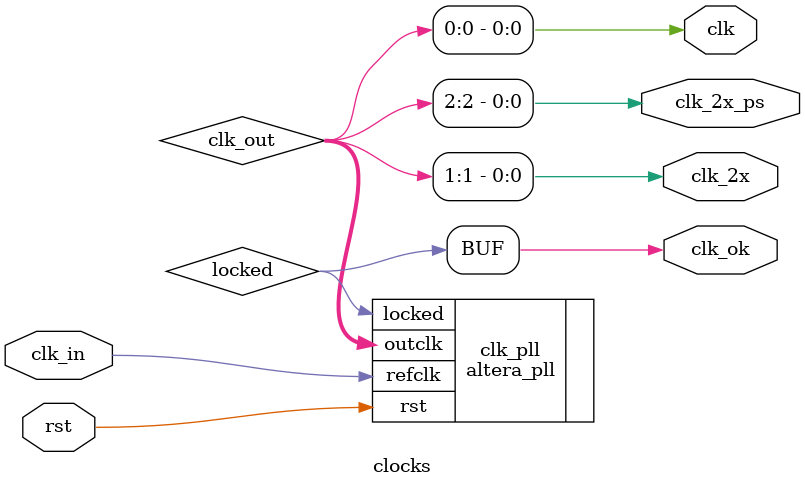
<source format=v>
/**
  Clock generator
  --
  Terasic Cyclone V GX Starter Kit.
  --
  (c) 2022 - 2023 Gray, gray@grayraven.org
  https://oberon-rts.org/licences
**/

`timescale 1ns / 1ps
`default_nettype none

module  clocks (
	input wire rst,
	input wire clk_in,
	output wire clk,
	output wire clk_2x,
	output wire clk_2x_ps,
	output wire clk_ok
);

  wire [2:0] clk_out;
  wire locked;

	altera_pll #(
		.fractional_vco_multiplier("false"),
		.reference_clock_frequency("50.0 MHz"),
		.operation_mode("normal"),
		.number_of_clocks(3),
		.output_clock_frequency0("20.000000 MHz"),
		.phase_shift0("0 ps"),
		.duty_cycle0(50),
		.output_clock_frequency1("40.000000 MHz"),
		.phase_shift1("0 ps"),
		.duty_cycle1(50),
		.output_clock_frequency2("40.000000 MHz"),
		.phase_shift2("5000 ps"),
		.duty_cycle2(50),
		.output_clock_frequency3("0 MHz"),
		.phase_shift3("0 ps"),
		.duty_cycle3(50),
		.output_clock_frequency4("0 MHz"),
		.phase_shift4("0 ps"),
		.duty_cycle4(50),
		.output_clock_frequency5("0 MHz"),
		.phase_shift5("0 ps"),
		.duty_cycle5(50),
		.output_clock_frequency6("0 MHz"),
		.phase_shift6("0 ps"),
		.duty_cycle6(50),
		.output_clock_frequency7("0 MHz"),
		.phase_shift7("0 ps"),
		.duty_cycle7(50),
		.output_clock_frequency8("0 MHz"),
		.phase_shift8("0 ps"),
		.duty_cycle8(50),
		.output_clock_frequency9("0 MHz"),
		.phase_shift9("0 ps"),
		.duty_cycle9(50),
		.output_clock_frequency10("0 MHz"),
		.phase_shift10("0 ps"),
		.duty_cycle10(50),
		.output_clock_frequency11("0 MHz"),
		.phase_shift11("0 ps"),
		.duty_cycle11(50),
		.output_clock_frequency12("0 MHz"),
		.phase_shift12("0 ps"),
		.duty_cycle12(50),
		.output_clock_frequency13("0 MHz"),
		.phase_shift13("0 ps"),
		.duty_cycle13(50),
		.output_clock_frequency14("0 MHz"),
		.phase_shift14("0 ps"),
		.duty_cycle14(50),
		.output_clock_frequency15("0 MHz"),
		.phase_shift15("0 ps"),
		.duty_cycle15(50),
		.output_clock_frequency16("0 MHz"),
		.phase_shift16("0 ps"),
		.duty_cycle16(50),
		.output_clock_frequency17("0 MHz"),
		.phase_shift17("0 ps"),
		.duty_cycle17(50),
		.pll_type("General"),
		.pll_subtype("General")
  ) clk_pll (
		.rst(rst),
		.outclk(clk_out[2:0]),
		.locked(locked),
		.refclk(clk_in)
	);

  assign clk = clk_out[0];
	assign clk_2x = clk_out[1];
	assign clk_2x_ps = clk_out[2];
  assign clk_ok = locked;

endmodule

`resetall

</source>
